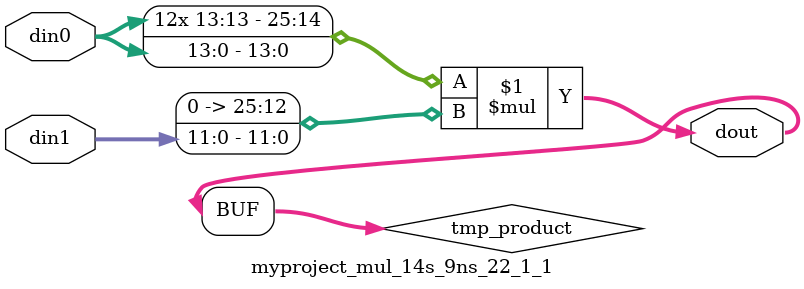
<source format=v>

`timescale 1 ns / 1 ps

 module myproject_mul_14s_9ns_22_1_1(din0, din1, dout);
parameter ID = 1;
parameter NUM_STAGE = 0;
parameter din0_WIDTH = 14;
parameter din1_WIDTH = 12;
parameter dout_WIDTH = 26;

input [din0_WIDTH - 1 : 0] din0; 
input [din1_WIDTH - 1 : 0] din1; 
output [dout_WIDTH - 1 : 0] dout;

wire signed [dout_WIDTH - 1 : 0] tmp_product;


























assign tmp_product = $signed(din0) * $signed({1'b0, din1});









assign dout = tmp_product;





















endmodule

</source>
